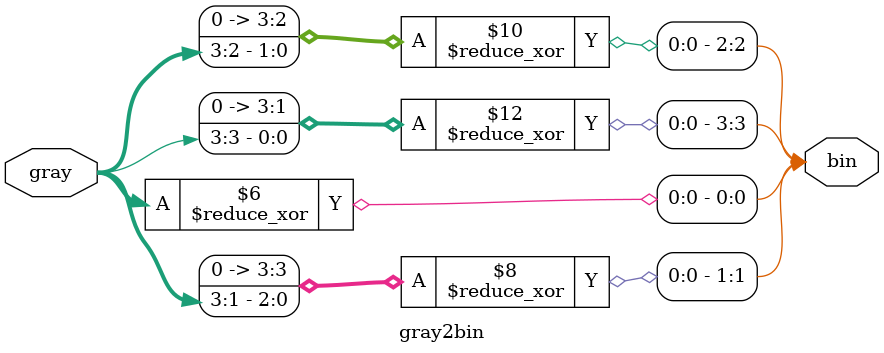
<source format=sv>
module gray2bin 
    #(
        parameter SIZE = 4
    ) (
        input   logic   [SIZE-1:0]  gray, // Input grady code
        output  logic   [SIZE-1:0]  bin // Output binary code
    );

    always_comb
        for (int i=0; i<SIZE; i++)
            bin[i] = ^(gray>>i);

endmodule

</source>
